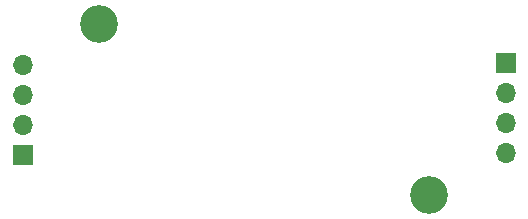
<source format=gbr>
%TF.GenerationSoftware,KiCad,Pcbnew,(6.0.0-0)*%
%TF.CreationDate,2022-03-11T16:24:22-05:00*%
%TF.ProjectId,Internal Body LED Strips,496e7465-726e-4616-9c20-426f6479204c,rev?*%
%TF.SameCoordinates,Original*%
%TF.FileFunction,Soldermask,Bot*%
%TF.FilePolarity,Negative*%
%FSLAX46Y46*%
G04 Gerber Fmt 4.6, Leading zero omitted, Abs format (unit mm)*
G04 Created by KiCad (PCBNEW (6.0.0-0)) date 2022-03-11 16:24:22*
%MOMM*%
%LPD*%
G01*
G04 APERTURE LIST*
%ADD10C,3.200000*%
%ADD11R,1.700000X1.700000*%
%ADD12O,1.700000X1.700000*%
G04 APERTURE END LIST*
D10*
%TO.C,REF\u002A\u002A*%
X161000000Y-114500000D03*
%TD*%
%TO.C,REF\u002A\u002A*%
X133000000Y-100000000D03*
%TD*%
D11*
%TO.C,J2*%
X167450000Y-103300000D03*
D12*
X167450000Y-105840000D03*
X167450000Y-108380000D03*
X167450000Y-110920000D03*
%TD*%
D11*
%TO.C,J1*%
X126560000Y-111150000D03*
D12*
X126560000Y-108610000D03*
X126560000Y-106070000D03*
X126560000Y-103530000D03*
%TD*%
M02*

</source>
